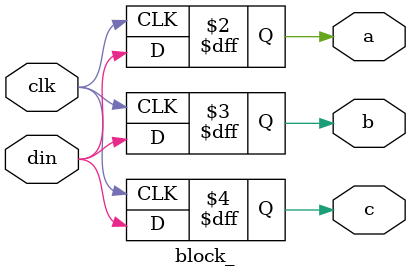
<source format=v>
module block_(din, clk, a, b, c);
input din;
input clk;
output reg a;
output reg b;
output reg c;
always @(posedge clk)
begin
      	a = din;
        b = a;
        c = b;
end
endmodule
</source>
